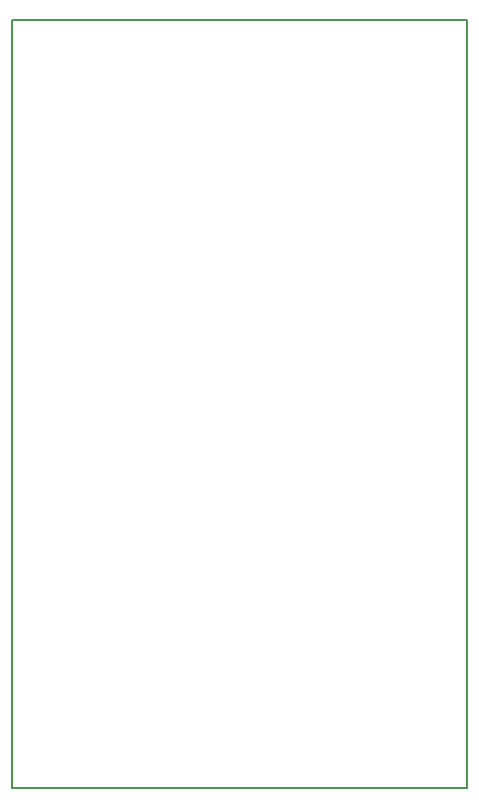
<source format=gm1>
G04 #@! TF.FileFunction,Profile,NP*
%FSLAX46Y46*%
G04 Gerber Fmt 4.6, Leading zero omitted, Abs format (unit mm)*
G04 Created by KiCad (PCBNEW 4.0.1-stable) date 2016-02-08 6:25:09 PM*
%MOMM*%
G01*
G04 APERTURE LIST*
%ADD10C,0.150000*%
G04 APERTURE END LIST*
D10*
X84000000Y-144994400D02*
X111000000Y-144994400D01*
X117000000Y-80000000D02*
X117000000Y-145000000D01*
X78500000Y-145000000D02*
X78500000Y-80000000D01*
X111000000Y-145000000D02*
X117000000Y-145000000D01*
X84500000Y-145000000D02*
X78500000Y-145000000D01*
X117000000Y-80000000D02*
X78500000Y-80000000D01*
M02*

</source>
